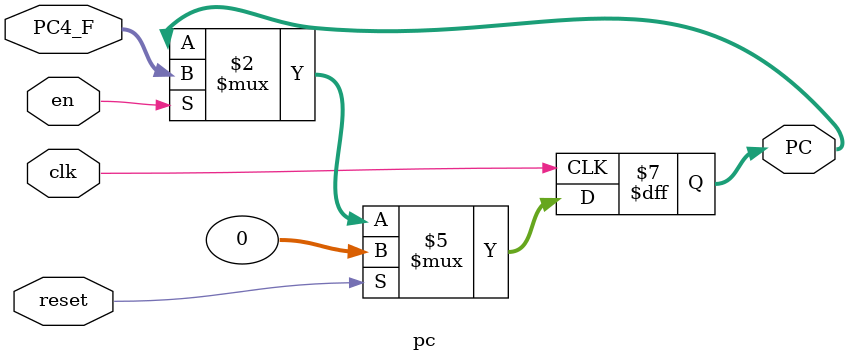
<source format=v>
`timescale 1ns / 1ps


module pc(
    input clk,
    input reset,
    input en,
    input [31:0] PC4_F,
    output reg [31:0] PC
    );

    always @(posedge clk)
        if(reset)
            PC <= 32'd0;
        else if(en)
            PC <= PC4_F;

endmodule

</source>
